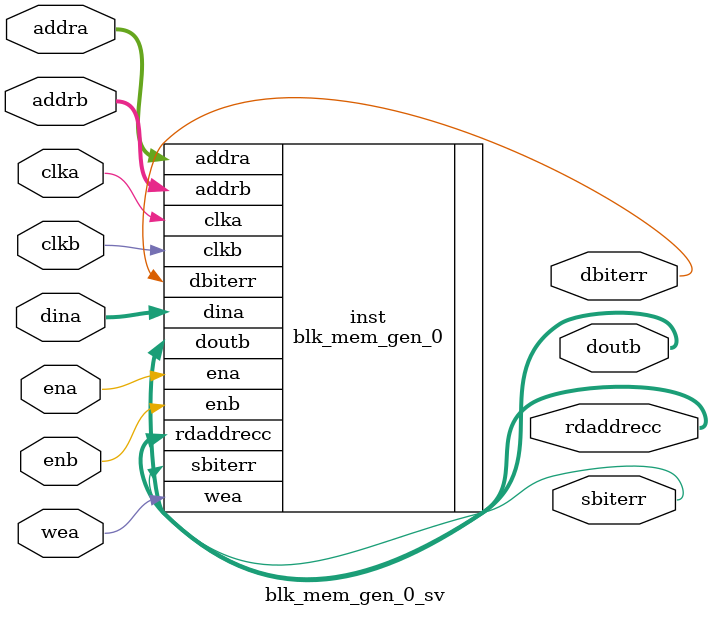
<source format=sv>


`timescale 1ps / 1ps

`include "vivado_interfaces.svh"

module blk_mem_gen_0_sv (
  (* X_INTERFACE_IGNORE = "true" *)
  input wire clka,
  (* X_INTERFACE_IGNORE = "true" *)
  input wire ena,
  (* X_INTERFACE_IGNORE = "true" *)
  input wire [0:0] wea,
  (* X_INTERFACE_IGNORE = "true" *)
  input wire [9:0] addra,
  (* X_INTERFACE_IGNORE = "true" *)
  input wire [15:0] dina,
  (* X_INTERFACE_IGNORE = "true" *)
  input wire clkb,
  (* X_INTERFACE_IGNORE = "true" *)
  input wire enb,
  (* X_INTERFACE_IGNORE = "true" *)
  input wire [9:0] addrb,
  (* X_INTERFACE_IGNORE = "true" *)
  output wire [15:0] doutb,
  (* X_INTERFACE_IGNORE = "true" *)
  output wire sbiterr,
  (* X_INTERFACE_IGNORE = "true" *)
  output wire dbiterr,
  (* X_INTERFACE_IGNORE = "true" *)
  output wire [9:0] rdaddrecc
);

  blk_mem_gen_0 inst (
    .clka(clka),
    .ena(ena),
    .wea(wea),
    .addra(addra),
    .dina(dina),
    .clkb(clkb),
    .enb(enb),
    .addrb(addrb),
    .doutb(doutb),
    .sbiterr(sbiterr),
    .dbiterr(dbiterr),
    .rdaddrecc(rdaddrecc)
  );

endmodule

</source>
